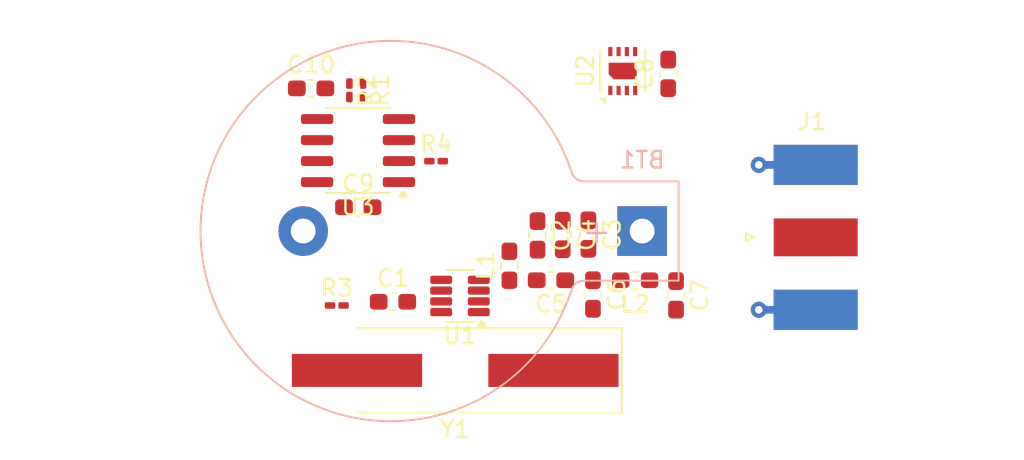
<source format=kicad_pcb>
(kicad_pcb (version 20241229) (generator "pcbnew") (generator_version "9.0")
  (layers (0 "F.Cu" signal) (2 "B.Cu" signal) (13 "F.Paste" user) (15 "B.Paste" user) (5 "F.SilkS" user "F.Silkscreen") (7 "B.SilkS" user "B.Silkscreen") (1 "F.Mask" user) (3 "B.Mask" user) (25 "Edge.Cuts" user))
  (net 0 "")
  (net 1 "GND")
  (net 2 "VCC")
  (net 3 "Net-(U1-PAOUT)")
  (net 4 "Net-(C5-Pad1)")
  (net 5 "Net-(U2-SDA)")
  (net 6 "Net-(U2-SCL)")
  (net 7 "Net-(U1-DATA)")
  (net 8 "Net-(U2-~{RESET})")
  (net 9 "Net-(U1-Xtal1)")
  (net 10 "Net-(U1-Xtal2)")
  (net 12 "Net-(U2-ALERT)")
  (net 15 "Net-(J1-In)")
  (footprint "Sensor_Humidity:Sensirion_DFN-8-1EP_2.5x2.5mm_P0.5mm_EP1.1x1.7mm" (layer "F.Cu") (at 175.075 112.325 90)
    (property "Reference" "U2" (at 0 -2.25 90) (layer "F.SilkS"))
    (property "Value" "SHT30-DIS")
    (fp_line (start -1.25 -1.36) (end 1.25 -1.36) (stroke (width 0.12)) (layer "F.SilkS"))
    (fp_line (start -1.25 1.36) (end 1.25 1.36) (stroke (width 0.12)) (layer "F.SilkS"))
    (fp_poly (pts (xy -1.65 -1.05) (xy -1.93 -1.05) (xy -1.65 -1.33) (xy -1.65 -1.05)) (stroke (width 0.12)) (fill yes) (layer "F.SilkS"))
    (pad "1" smd rect (at -1.175 -0.75 90) (size 0.55 0.25) (layers "F.Cu" "F.Mask" "F.Paste") (net 5 "Net-(U2-SDA)"))
    (pad "2" smd rect (at -1.175 -0.25 90) (size 0.55 0.25) (layers "F.Cu" "F.Mask" "F.Paste") (net 1 "GND"))
    (pad "3" smd rect (at -1.175 0.25 90) (size 0.55 0.25) (layers "F.Cu" "F.Mask" "F.Paste") (net 12 "Net-(U2-ALERT)"))
    (pad "4" smd rect (at -1.175 0.75 270) (size 0.55 0.25) (layers "F.Cu" "F.Mask" "F.Paste") (net 6 "Net-(U2-SCL)"))
    (pad "5" smd rect (at 1.175 0.75 90) (size 0.55 0.25) (layers "F.Cu" "F.Mask" "F.Paste") (net 2 "VCC"))
    (pad "6" smd rect (at 1.175 0.25 90) (size 0.55 0.25) (layers "F.Cu" "F.Mask" "F.Paste") (net 8 "Net-(U2-~{RESET})"))
    (pad "7" smd rect (at 1.175 -0.25 90) (size 0.55 0.25) (layers "F.Cu" "F.Mask" "F.Paste"))
    (pad "8" smd rect (at 1.175 -0.75 90) (size 0.55 0.25) (layers "F.Cu" "F.Mask" "F.Paste") (net 1 "GND"))
    (pad "9" smd custom (at 0 0 90) (size 1 1) (layers "F.Cu" "F.Mask") (net 1 "GND") (options (clearance outline) (anchor circle)) (primitives (gr_poly (pts (xy 0.5 0.85) (xy -0.5 0.85) (xy -0.5 -0.55) (xy -0.2 -0.85) (xy 0.5 -0.85)) (width 0) (fill yes))))
  )
  (footprint "Capacitor_SMD:C_0603_1608Metric_Pad1.08x0.95mm_HandSolder" (layer "F.Cu") (at 156.2375 113.375)
    (property "Reference" "C10" (at 0 -1.43 0) (layer "F.SilkS"))
    (property "Value" "100n")
    (fp_line (start -0.146267 -0.51) (end 0.146267 -0.51) (stroke (width 0.12)) (layer "F.SilkS"))
    (fp_line (start -0.146267 0.51) (end 0.146267 0.51) (stroke (width 0.12)) (layer "F.SilkS"))
    (pad "1" smd roundrect (at -0.8625 0) (size 1.075 0.95) (layers "F.Cu" "F.Mask" "F.Paste") (net 1 "GND"))
    (pad "2" smd roundrect (at 0.8625 0) (size 1.075 0.95) (layers "F.Cu" "F.Mask" "F.Paste") (net 2 "VCC"))
  )
  (footprint "Resistor_SMD:R_0201_0603Metric_Pad0.64x0.40mm_HandSolder" (layer "F.Cu") (at 159.375 113.4925 -90)
    (property "Reference" "R1" (at 0 -1.05 90) (layer "F.SilkS"))
    (property "Value" "R")
    (pad "1" smd roundrect (at -0.4075 0 270) (size 0.635 0.4) (layers "F.Cu" "F.Mask") (net 2 "VCC"))
    (pad "2" smd roundrect (at 0.4075 0 270) (size 0.635 0.4) (layers "F.Cu" "F.Mask") (net 5 "Net-(U2-SDA)"))
  )
  (footprint "Resistor_SMD:R_0201_0603Metric_Pad0.64x0.40mm_HandSolder" (layer "F.Cu") (at 158.55 113.4925 -90)
    (property "Reference" "R2" (at 0 -1.05 90) (layer "F.SilkS"))
    (property "Value" "R")
    (pad "1" smd roundrect (at -0.4075 0 270) (size 0.635 0.4) (layers "F.Cu" "F.Mask") (net 2 "VCC"))
    (pad "2" smd roundrect (at 0.4075 0 270) (size 0.635 0.4) (layers "F.Cu" "F.Mask") (net 6 "Net-(U2-SCL)"))
  )
  (footprint "Connector_Coaxial:SMA_Molex_73251-1153_EdgeMount_Horizontal" (layer "F.Cu") (at 185.02 122.38 180)
    (property "Reference" "J1" (at -1.5 7 0) (layer "F.SilkS"))
    (property "Value" "Conn_Coaxial")
    (fp_line (start 2.5 0.25) (end 2 0) (stroke (width 0.12)) (layer "F.SilkS"))
    (fp_line (start 2.5 -0.25) (end 2.5 0.25) (stroke (width 0.12)) (layer "F.SilkS"))
    (fp_line (start 2 0) (end 2.5 -0.25) (stroke (width 0.12)) (layer "F.SilkS"))
    (pad "1" smd rect (at -1.72 0 180) (size 5.08 2.29) (layers "F.Cu" "F.Mask" "F.Paste") (net 15 "Net-(J1-In)"))
    (pad "2" smd rect (at -1.72 -4.38 180) (size 5.08 2.42) (layers "F.Cu" "F.Mask" "F.Paste") (net 1 "GND"))
    (pad "2" smd rect (at -1.72 -4.38 180) (size 5.08 2.42) (layers "B.Cu" "B.Mask" "B.Paste") (net 1 "GND"))
    (pad "2" smd rect (at -1.72 4.38 180) (size 5.08 2.42) (layers "F.Cu" "F.Mask" "F.Paste") (net 1 "GND"))
    (pad "2" smd rect (at -1.72 4.38 180) (size 5.08 2.42) (layers "B.Cu" "B.Mask" "B.Paste") (net 1 "GND"))
    (pad "2" smd rect (at 1.27 -4.38 180) (size 0.95 0.46) (layers "F.Cu") (net 1 "GND"))
    (pad "2" smd rect (at 1.27 -4.38 180) (size 0.95 0.46) (layers "B.Cu") (net 1 "GND"))
    (pad "2" smd rect (at 1.27 4.38 180) (size 0.95 0.46) (layers "F.Cu") (net 1 "GND"))
    (pad "2" smd rect (at 1.27 4.38 180) (size 0.95 0.46) (layers "B.Cu") (net 1 "GND"))
    (pad "2" thru_hole circle (at 1.72 -4.38 180) (size 0.97 0.97) (drill 0.46) (layers "*.Cu") (net 1 "GND"))
    (pad "2" thru_hole circle (at 1.72 4.38 180) (size 0.97 0.97) (drill 0.46) (layers "*.Cu") (net 1 "GND"))
  )
  (footprint "Inductor_SMD:L_0603_1608Metric_Pad1.05x0.95mm_HandSolder" (layer "F.Cu") (at 168.225 124.1 90)
    (property "Reference" "L1" (at 0 -1.43 90) (layer "F.SilkS"))
    (property "Value" "L")
    (fp_line (start -0.171267 -0.51) (end 0.171267 -0.51) (stroke (width 0.12)) (layer "F.SilkS"))
    (fp_line (start -0.171267 0.51) (end 0.171267 0.51) (stroke (width 0.12)) (layer "F.SilkS"))
    (pad "1" smd roundrect (at -0.875 0 90) (size 1.05 0.95) (layers "F.Cu" "F.Mask" "F.Paste") (net 3 "Net-(U1-PAOUT)"))
    (pad "2" smd roundrect (at 0.875 0 90) (size 1.05 0.95) (layers "F.Cu" "F.Mask" "F.Paste") (net 2 "VCC"))
  )
  (footprint "Capacitor_SMD:C_0603_1608Metric_Pad1.08x0.95mm_HandSolder" (layer "F.Cu") (at 171.45 122.2375 -90)
    (property "Reference" "C4" (at 0 -1.43 90) (layer "F.SilkS"))
    (property "Value" "680pF")
    (fp_line (start -0.146267 0.51) (end 0.146267 0.51) (stroke (width 0.12)) (layer "F.SilkS"))
    (fp_line (start -0.146267 -0.51) (end 0.146267 -0.51) (stroke (width 0.12)) (layer "F.SilkS"))
    (pad "1" smd roundrect (at -0.8625 0 270) (size 1.075 0.95) (layers "F.Cu" "F.Mask" "F.Paste") (net 1 "GND"))
    (pad "2" smd roundrect (at 0.8625 0 270) (size 1.075 0.95) (layers "F.Cu" "F.Mask" "F.Paste") (net 2 "VCC"))
  )
  (footprint "Capacitor_SMD:C_0603_1608Metric_Pad1.08x0.95mm_HandSolder" (layer "F.Cu") (at 159.0875 120.56)
    (property "Reference" "C9" (at 0 -1.43 0) (layer "F.SilkS"))
    (property "Value" "100n")
    (fp_line (start -0.146267 -0.51) (end 0.146267 -0.51) (stroke (width 0.12)) (layer "F.SilkS"))
    (fp_line (start -0.146267 0.51) (end 0.146267 0.51) (stroke (width 0.12)) (layer "F.SilkS"))
    (pad "1" smd roundrect (at -0.8625 0) (size 1.075 0.95) (layers "F.Cu" "F.Mask" "F.Paste") (net 1 "GND"))
    (pad "2" smd roundrect (at 0.8625 0) (size 1.075 0.95) (layers "F.Cu" "F.Mask" "F.Paste") (net 2 "VCC"))
  )
  (footprint "Capacitor_SMD:C_0603_1608Metric_Pad1.08x0.95mm_HandSolder" (layer "F.Cu") (at 177.825 112.5 90)
    (property "Reference" "C8" (at 0 -1.43 90) (layer "F.SilkS"))
    (property "Value" "100n")
    (fp_line (start -0.146267 -0.51) (end 0.146267 -0.51) (stroke (width 0.12)) (layer "F.SilkS"))
    (fp_line (start -0.146267 0.51) (end 0.146267 0.51) (stroke (width 0.12)) (layer "F.SilkS"))
    (pad "1" smd roundrect (at -0.8625 0 90) (size 1.075 0.95) (layers "F.Cu" "F.Mask" "F.Paste") (net 1 "GND"))
    (pad "2" smd roundrect (at 0.8625 0 90) (size 1.075 0.95) (layers "F.Cu" "F.Mask" "F.Paste") (net 2 "VCC"))
  )
  (footprint "Package_SO:SOIC-8_3.9x4.9mm_P1.27mm" (layer "F.Cu") (at 159.075 117.135 180)
    (property "Reference" "U3" (at 0 -3.4 0) (layer "F.SilkS"))
    (property "Value" "ATtiny412-SS")
    (fp_line (start 0 2.56) (end 1.95 2.56) (stroke (width 0.12)) (layer "F.SilkS"))
    (fp_line (start 0 2.56) (end -1.95 2.56) (stroke (width 0.12)) (layer "F.SilkS"))
    (fp_line (start 0 -2.56) (end 1.95 -2.56) (stroke (width 0.12)) (layer "F.SilkS"))
    (fp_line (start 0 -2.56) (end -1.95 -2.56) (stroke (width 0.12)) (layer "F.SilkS"))
    (fp_poly (pts (xy -2.7 -2.465) (xy -2.94 -2.795) (xy -2.46 -2.795) (xy -2.7 -2.465)) (stroke (width 0.12)) (fill yes) (layer "F.SilkS"))
    (pad "1" smd roundrect (at -2.475 -1.905 180) (size 1.95 0.6) (layers "F.Cu" "F.Mask" "F.Paste") (net 2 "VCC"))
    (pad "2" smd roundrect (at -2.475 -0.635 180) (size 1.95 0.6) (layers "F.Cu" "F.Mask" "F.Paste") (net 8 "Net-(U2-~{RESET})"))
    (pad "3" smd roundrect (at -2.475 0.635 180) (size 1.95 0.6) (layers "F.Cu" "F.Mask" "F.Paste") (net 7 "Net-(U1-DATA)"))
    (pad "4" smd roundrect (at -2.475 1.905 180) (size 1.95 0.6) (layers "F.Cu" "F.Mask" "F.Paste") (net 5 "Net-(U2-SDA)"))
    (pad "5" smd roundrect (at 2.475 1.905 180) (size 1.95 0.6) (layers "F.Cu" "F.Mask" "F.Paste") (net 6 "Net-(U2-SCL)"))
    (pad "6" smd roundrect (at 2.475 0.635 180) (size 1.95 0.6) (layers "F.Cu" "F.Mask" "F.Paste"))
    (pad "7" smd roundrect (at 2.475 -0.635 180) (size 1.95 0.6) (layers "F.Cu" "F.Mask" "F.Paste") (net 12 "Net-(U2-ALERT)"))
    (pad "8" smd roundrect (at 2.475 -1.905 180) (size 1.95 0.6) (layers "F.Cu" "F.Mask" "F.Paste") (net 1 "GND"))
  )
  (footprint "Resistor_SMD:R_0201_0603Metric_Pad0.64x0.40mm_HandSolder" (layer "F.Cu") (at 163.7925 117.775)
    (property "Reference" "R4" (at 0 -1.05 0) (layer "F.SilkS"))
    (property "Value" "R")
    (pad "1" smd roundrect (at -0.4075 0) (size 0.635 0.4) (layers "F.Cu" "F.Mask") (net 8 "Net-(U2-~{RESET})"))
    (pad "2" smd roundrect (at 0.4075 0) (size 0.635 0.4) (layers "F.Cu" "F.Mask") (net 1 "GND"))
  )
  (footprint "Capacitor_SMD:C_0603_1608Metric_Pad1.08x0.95mm_HandSolder" (layer "F.Cu") (at 169.925 122.2625 -90)
    (property "Reference" "C2" (at 0 -1.43 90) (layer "F.SilkS"))
    (property "Value" "100n")
    (fp_line (start -0.146267 0.51) (end 0.146267 0.51) (stroke (width 0.12)) (layer "F.SilkS"))
    (fp_line (start -0.146267 -0.51) (end 0.146267 -0.51) (stroke (width 0.12)) (layer "F.SilkS"))
    (pad "1" smd roundrect (at -0.8625 0 270) (size 1.075 0.95) (layers "F.Cu" "F.Mask" "F.Paste") (net 1 "GND"))
    (pad "2" smd roundrect (at 0.8625 0 270) (size 1.075 0.95) (layers "F.Cu" "F.Mask" "F.Paste") (net 2 "VCC"))
  )
  (footprint "Package_TO_SOT_SMD:SOT-23-8" (layer "F.Cu") (at 165.2375 125.925 180)
    (property "Reference" "U1" (at 0 -2.4 0) (layer "F.SilkS"))
    (property "Value" "~")
    (fp_line (start 0 1.56) (end 0.8 1.56) (stroke (width 0.12)) (layer "F.SilkS"))
    (fp_line (start 0 1.56) (end -0.8 1.56) (stroke (width 0.12)) (layer "F.SilkS"))
    (fp_line (start 0 -1.56) (end 0.8 -1.56) (stroke (width 0.12)) (layer "F.SilkS"))
    (fp_line (start 0 -1.56) (end -0.8 -1.56) (stroke (width 0.12)) (layer "F.SilkS"))
    (fp_poly (pts (xy -1.3 -1.485) (xy -1.54 -1.815) (xy -1.06 -1.815) (xy -1.3 -1.485)) (stroke (width 0.12)) (fill yes) (layer "F.SilkS"))
    (pad "1" smd roundrect (at -1.1375 -0.975 180) (size 1.325 0.5) (layers "F.Cu" "F.Mask" "F.Paste") (net 9 "Net-(U1-Xtal1)"))
    (pad "2" smd roundrect (at -1.1375 -0.325 180) (size 1.325 0.5) (layers "F.Cu" "F.Mask" "F.Paste") (net 1 "GND"))
    (pad "3" smd roundrect (at -1.1375 0.325 180) (size 1.325 0.5) (layers "F.Cu" "F.Mask" "F.Paste") (net 1 "GND"))
    (pad "4" smd roundrect (at -1.1375 0.975 180) (size 1.325 0.5) (layers "F.Cu" "F.Mask" "F.Paste") (net 3 "Net-(U1-PAOUT)"))
    (pad "5" smd roundrect (at 1.1375 0.975 180) (size 1.325 0.5) (layers "F.Cu" "F.Mask" "F.Paste"))
    (pad "6" smd roundrect (at 1.1375 0.325 180) (size 1.325 0.5) (layers "F.Cu" "F.Mask" "F.Paste") (net 7 "Net-(U1-DATA)"))
    (pad "7" smd roundrect (at 1.1375 -0.325 180) (size 1.325 0.5) (layers "F.Cu" "F.Mask" "F.Paste") (net 2 "VCC"))
    (pad "8" smd roundrect (at 1.1375 -0.975 180) (size 1.325 0.5) (layers "F.Cu" "F.Mask" "F.Paste") (net 10 "Net-(U1-Xtal2)"))
  )
  (footprint "Inductor_SMD:L_0603_1608Metric_Pad1.05x0.95mm_HandSolder" (layer "F.Cu") (at 175.825 124.975 180)
    (property "Reference" "L2" (at 0 -1.43 0) (layer "F.SilkS"))
    (property "Value" "L")
    (fp_line (start -0.171267 0.51) (end 0.171267 0.51) (stroke (width 0.12)) (layer "F.SilkS"))
    (fp_line (start -0.171267 -0.51) (end 0.171267 -0.51) (stroke (width 0.12)) (layer "F.SilkS"))
    (pad "1" smd roundrect (at -0.875 0 180) (size 1.05 0.95) (layers "F.Cu" "F.Mask" "F.Paste") (net 15 "Net-(J1-In)"))
    (pad "2" smd roundrect (at 0.875 0 180) (size 1.05 0.95) (layers "F.Cu" "F.Mask" "F.Paste") (net 4 "Net-(C5-Pad1)"))
  )
  (footprint "Capacitor_SMD:C_0603_1608Metric_Pad1.08x0.95mm_HandSolder" (layer "F.Cu") (at 173.275 125.8375 -90)
    (property "Reference" "C6" (at 0 -1.43 90) (layer "F.SilkS"))
    (property "Value" "100n")
    (fp_line (start -0.146267 0.51) (end 0.146267 0.51) (stroke (width 0.12)) (layer "F.SilkS"))
    (fp_line (start -0.146267 -0.51) (end 0.146267 -0.51) (stroke (width 0.12)) (layer "F.SilkS"))
    (pad "1" smd roundrect (at -0.8625 0 270) (size 1.075 0.95) (layers "F.Cu" "F.Mask" "F.Paste") (net 4 "Net-(C5-Pad1)"))
    (pad "2" smd roundrect (at 0.8625 0 270) (size 1.075 0.95) (layers "F.Cu" "F.Mask" "F.Paste") (net 1 "GND"))
  )
  (footprint "Capacitor_SMD:C_0603_1608Metric_Pad1.08x0.95mm_HandSolder" (layer "F.Cu") (at 161.1875 126.275)
    (property "Reference" "C1" (at 0 -1.43 0) (layer "F.SilkS"))
    (property "Value" "100n")
    (fp_line (start -0.146267 -0.51) (end 0.146267 -0.51) (stroke (width 0.12)) (layer "F.SilkS"))
    (fp_line (start -0.146267 0.51) (end 0.146267 0.51) (stroke (width 0.12)) (layer "F.SilkS"))
    (pad "1" smd roundrect (at -0.8625 0) (size 1.075 0.95) (layers "F.Cu" "F.Mask" "F.Paste") (net 1 "GND"))
    (pad "2" smd roundrect (at 0.8625 0) (size 1.075 0.95) (layers "F.Cu" "F.Mask" "F.Paste") (net 2 "VCC"))
  )
  (footprint "Crystal:Crystal_SMD_HC49-SD_HandSoldering" (layer "F.Cu") (at 164.95 130.425 180)
    (property "Reference" "Y1" (at 0 -3.55 0) (layer "F.SilkS"))
    (property "Value" "Crystal")
    (fp_line (start 5.9 -2.55) (end -10.075 -2.55) (stroke (width 0.12)) (layer "F.SilkS"))
    (fp_line (start -10.075 2.55) (end 5.9 2.55) (stroke (width 0.12)) (layer "F.SilkS"))
    (fp_line (start -10.075 -2.55) (end -10.075 2.55) (stroke (width 0.12)) (layer "F.SilkS"))
    (pad "1" smd rect (at -5.9375 0 180) (size 7.875 2) (layers "F.Cu" "F.Mask" "F.Paste") (net 9 "Net-(U1-Xtal1)"))
    (pad "2" smd rect (at 5.9375 0 180) (size 7.875 2) (layers "F.Cu" "F.Mask" "F.Paste") (net 10 "Net-(U1-Xtal2)"))
  )
  (footprint "Resistor_SMD:R_0201_0603Metric_Pad0.64x0.40mm_HandSolder" (layer "F.Cu") (at 157.7925 126.5)
    (property "Reference" "R3" (at 0 -1.05 0) (layer "F.SilkS"))
    (property "Value" "R")
    (pad "1" smd roundrect (at -0.4075 0) (size 0.635 0.4) (layers "F.Cu" "F.Mask") (net 7 "Net-(U1-DATA)"))
    (pad "2" smd roundrect (at 0.4075 0) (size 0.635 0.4) (layers "F.Cu" "F.Mask") (net 1 "GND"))
  )
  (footprint "Capacitor_SMD:C_0603_1608Metric_Pad1.08x0.95mm_HandSolder" (layer "F.Cu") (at 173 122.2125 -90)
    (property "Reference" "C3" (at 0 -1.43 90) (layer "F.SilkS"))
    (property "Value" "220pF")
    (fp_line (start -0.146267 0.51) (end 0.146267 0.51) (stroke (width 0.12)) (layer "F.SilkS"))
    (fp_line (start -0.146267 -0.51) (end 0.146267 -0.51) (stroke (width 0.12)) (layer "F.SilkS"))
    (pad "1" smd roundrect (at -0.8625 0 270) (size 1.075 0.95) (layers "F.Cu" "F.Mask" "F.Paste") (net 1 "GND"))
    (pad "2" smd roundrect (at 0.8625 0 270) (size 1.075 0.95) (layers "F.Cu" "F.Mask" "F.Paste") (net 2 "VCC"))
  )
  (footprint "Capacitor_SMD:C_0603_1608Metric_Pad1.08x0.95mm_HandSolder" (layer "F.Cu") (at 178.3 125.8875 -90)
    (property "Reference" "C7" (at 0 -1.43 90) (layer "F.SilkS"))
    (property "Value" "100n")
    (fp_line (start -0.146267 0.51) (end 0.146267 0.51) (stroke (width 0.12)) (layer "F.SilkS"))
    (fp_line (start -0.146267 -0.51) (end 0.146267 -0.51) (stroke (width 0.12)) (layer "F.SilkS"))
    (pad "1" smd roundrect (at -0.8625 0 270) (size 1.075 0.95) (layers "F.Cu" "F.Mask" "F.Paste") (net 15 "Net-(J1-In)"))
    (pad "2" smd roundrect (at 0.8625 0 270) (size 1.075 0.95) (layers "F.Cu" "F.Mask" "F.Paste") (net 1 "GND"))
  )
  (footprint "Capacitor_SMD:C_0603_1608Metric_Pad1.08x0.95mm_HandSolder" (layer "F.Cu") (at 170.7375 124.975 180)
    (property "Reference" "C5" (at 0 -1.43 0) (layer "F.SilkS"))
    (property "Value" "100n")
    (fp_line (start -0.146267 0.51) (end 0.146267 0.51) (stroke (width 0.12)) (layer "F.SilkS"))
    (fp_line (start -0.146267 -0.51) (end 0.146267 -0.51) (stroke (width 0.12)) (layer "F.SilkS"))
    (pad "1" smd roundrect (at -0.8625 0 180) (size 1.075 0.95) (layers "F.Cu" "F.Mask" "F.Paste") (net 4 "Net-(C5-Pad1)"))
    (pad "2" smd roundrect (at 0.8625 0 180) (size 1.075 0.95) (layers "F.Cu" "F.Mask" "F.Paste") (net 3 "Net-(U1-PAOUT)"))
  )
  (footprint "Battery:BatteryHolder_Keystone_103_1x20mm" (layer "B.Cu") (at 176.250001 122 180)
    (property "Reference" "BT1" (at 0 4.3 0) (layer "B.SilkS") (effects (justify mirror)))
    (property "Value" "Battery_Cell")
    (fp_line (start 3.5 3) (end -2.2 3) (stroke (width 0.12)) (layer "B.SilkS"))
    (fp_line (start 3.5 -3) (end -2.2 -3) (stroke (width 0.12)) (layer "B.SilkS"))
    (fp_line (start -2.2 3) (end -2.2 -3) (stroke (width 0.12)) (layer "B.SilkS"))
    (fp_arc (start 26.695671 0) (mid 16.971103 11.358466) (end 4.25 3.5) (stroke (width 0.12)) (layer "B.SilkS"))
    (fp_arc (start 4.25 -3.5) (mid 16.971103 -11.358466) (end 26.695671 0) (stroke (width 0.12)) (layer "B.SilkS"))
    (fp_arc (start 4.25 -3.5) (mid 3.950694 -3.136459) (end 3.5 -3) (stroke (width 0.12)) (layer "B.SilkS"))
    (fp_arc (start 3.5 3) (mid 3.950694 3.136459) (end 4.25 3.5) (stroke (width 0.12)) (layer "B.SilkS"))
    (fp_text user "+" (at 2.75 0 0) (layer "B.SilkS") (effects (font (size 1.5 1.5)) (justify mirror)))
    (pad "1" thru_hole rect (at 0 0 180) (size 3 3) (drill 1.5) (layers "*.Cu" "*.Mask") (net 2 "VCC"))
    (pad "2" thru_hole circle (at 20.49 0 180) (size 3 3) (drill 1.5) (layers "*.Cu" "*.Mask") (net 1 "GND"))
  )
)
</source>
